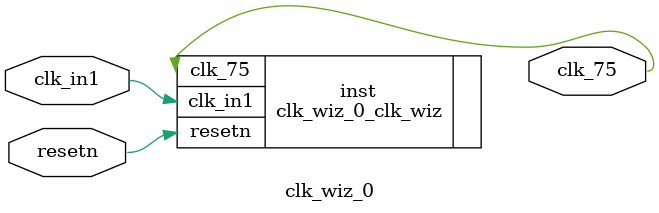
<source format=v>


`timescale 1ps/1ps

(* CORE_GENERATION_INFO = "clk_wiz_0,clk_wiz_v6_0_4_0_0,{component_name=clk_wiz_0,use_phase_alignment=true,use_min_o_jitter=false,use_max_i_jitter=false,use_dyn_phase_shift=false,use_inclk_switchover=false,use_dyn_reconfig=false,enable_axi=0,feedback_source=FDBK_AUTO,PRIMITIVE=MMCM,num_out_clk=1,clkin1_period=10.000,clkin2_period=10.000,use_power_down=false,use_reset=true,use_locked=false,use_inclk_stopped=false,feedback_type=SINGLE,CLOCK_MGR_TYPE=NA,manual_override=false}" *)

module clk_wiz_0 
 (
  // Clock out ports
  output        clk_75,
  // Status and control signals
  input         resetn,
 // Clock in ports
  input         clk_in1
 );

  clk_wiz_0_clk_wiz inst
  (
  // Clock out ports  
  .clk_75(clk_75),
  // Status and control signals               
  .resetn(resetn), 
 // Clock in ports
  .clk_in1(clk_in1)
  );

endmodule

</source>
